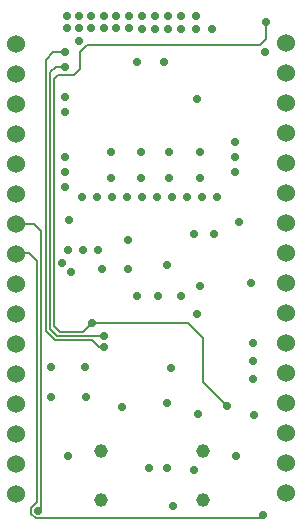
<source format=gbr>
G04 EAGLE Gerber RS-274X export*
G75*
%MOMM*%
%FSLAX34Y34*%
%LPD*%
%INCopper Layer 2*%
%IPPOS*%
%AMOC8*
5,1,8,0,0,1.08239X$1,22.5*%
G01*
%ADD10C,1.524000*%
%ADD11C,1.158000*%
%ADD12C,0.706400*%
%ADD13C,0.200000*%


D10*
X14290Y33539D03*
X14290Y58939D03*
X14290Y84339D03*
X14290Y109739D03*
X14290Y135139D03*
X14290Y160539D03*
X14290Y185939D03*
X14290Y211339D03*
X14290Y236739D03*
X14290Y262139D03*
X14290Y287539D03*
X14290Y312939D03*
X14290Y338339D03*
X14290Y363739D03*
X14290Y389139D03*
X14290Y414539D03*
X242570Y34330D03*
X242570Y59730D03*
X242570Y85130D03*
X242570Y110530D03*
X242570Y135930D03*
X242570Y161330D03*
X242570Y186730D03*
X242570Y212130D03*
X242570Y237530D03*
X242570Y262930D03*
X242570Y288330D03*
X242570Y313730D03*
X242570Y339130D03*
X242570Y364530D03*
X242570Y389930D03*
X242570Y415330D03*
D11*
X86340Y69740D03*
X172740Y69740D03*
X86340Y27940D03*
X172740Y27940D03*
D12*
X57150Y437515D03*
X67310Y437515D03*
X77470Y437515D03*
X88265Y437515D03*
X99060Y437515D03*
X109855Y437515D03*
X120650Y437515D03*
X131445Y437515D03*
X142875Y437515D03*
X153670Y437515D03*
X166370Y437515D03*
X43815Y140970D03*
X43815Y114935D03*
X116205Y200660D03*
X133985Y200660D03*
X153670Y200660D03*
X165100Y253365D03*
X181610Y253365D03*
X94615Y300355D03*
X94615Y322580D03*
X120015Y322580D03*
X143510Y322580D03*
X170180Y322580D03*
X120015Y300355D03*
X143510Y300355D03*
X170180Y300355D03*
X72390Y140970D03*
X73025Y114935D03*
X86995Y223520D03*
X109220Y248285D03*
X109220Y223520D03*
X214630Y160655D03*
X214630Y145415D03*
X214630Y130175D03*
X88265Y427355D03*
X77470Y427355D03*
X67310Y427990D03*
X57150Y427990D03*
X99060Y427355D03*
X109855Y427355D03*
X120650Y426720D03*
X131445Y426720D03*
X142875Y426720D03*
X153670Y426720D03*
X166370Y426720D03*
X179705Y426720D03*
X59055Y264795D03*
X202565Y263525D03*
X67310Y416560D03*
X139700Y398780D03*
X116205Y398780D03*
X200025Y65405D03*
X215265Y100330D03*
X57785Y65405D03*
X142240Y226695D03*
X212725Y212090D03*
X170180Y208915D03*
X141605Y110490D03*
X168275Y100965D03*
X145415Y139700D03*
X167005Y185420D03*
X127000Y55245D03*
X142240Y55245D03*
X104140Y106680D03*
X60960Y220980D03*
X224790Y407670D03*
X78105Y177800D03*
D13*
X70834Y170529D01*
X51149Y170529D02*
X46418Y175260D01*
X51149Y170529D02*
X70834Y170529D01*
D12*
X226060Y433070D03*
X193040Y107950D03*
D13*
X172720Y128270D01*
X172720Y165100D01*
X160020Y177800D01*
X78105Y177800D01*
X67945Y407035D02*
X74295Y413385D01*
X226060Y418465D02*
X226060Y433070D01*
X220980Y413385D02*
X74295Y413385D01*
X220980Y413385D02*
X226060Y418465D01*
X46418Y384873D02*
X46418Y175260D01*
X49530Y387985D02*
X62865Y387985D01*
X67945Y393065D01*
X49530Y387985D02*
X46418Y384873D01*
X67945Y393065D02*
X67945Y407035D01*
D12*
X167005Y367665D03*
X199390Y331470D03*
X199390Y318770D03*
X199390Y306070D03*
X88265Y157480D03*
X55880Y407035D03*
D13*
X84455Y157480D02*
X88265Y157480D01*
X84455Y157480D02*
X78454Y163481D01*
X47149Y163481D02*
X39370Y171260D01*
X39370Y400685D01*
X45720Y407035D01*
X55880Y407035D01*
X47149Y163481D02*
X78454Y163481D01*
D12*
X88265Y167005D03*
X55880Y394335D03*
D13*
X48609Y167005D02*
X88265Y167005D01*
X48609Y167005D02*
X42894Y172720D01*
X42894Y390239D01*
X47625Y394970D01*
X55245Y394970D01*
X55880Y394335D01*
D12*
X164465Y53340D03*
X55880Y368935D03*
X146685Y22860D03*
X55880Y356235D03*
X33020Y19050D03*
D13*
X29530Y262139D02*
X14290Y262139D01*
X29530Y262139D02*
X35560Y256109D01*
X35560Y21590D01*
X33020Y19050D01*
D12*
X223520Y15240D03*
D13*
X32036Y230219D02*
X25400Y236855D01*
X14406Y236855D01*
X14290Y236739D01*
X26964Y21559D02*
X26964Y16542D01*
X30806Y12700D01*
X32036Y26631D02*
X32036Y230219D01*
X32036Y26631D02*
X26964Y21559D01*
X30806Y12700D02*
X220980Y12700D01*
X223520Y15240D01*
D12*
X55880Y318135D03*
X55880Y306070D03*
X55880Y293370D03*
X69850Y284480D03*
X82550Y284480D03*
X95250Y284480D03*
X158750Y284480D03*
X171450Y284480D03*
X184150Y284480D03*
X53340Y228600D03*
X107950Y284480D03*
X57785Y240030D03*
X120650Y284480D03*
X133350Y284480D03*
X70485Y240030D03*
X146050Y284480D03*
X83185Y240030D03*
M02*

</source>
